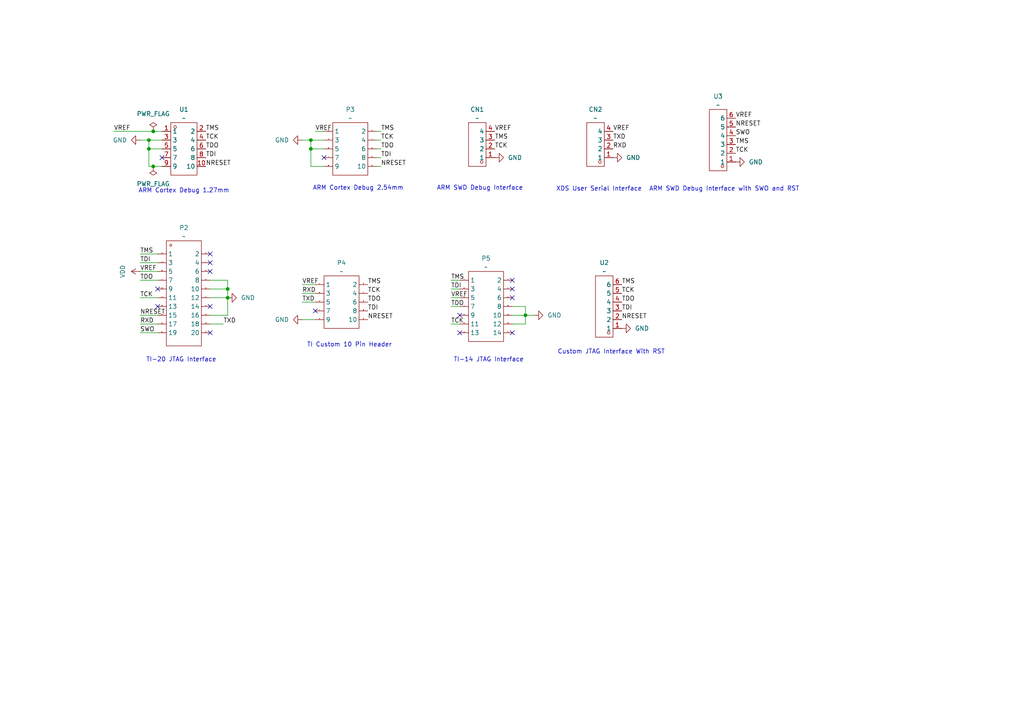
<source format=kicad_sch>
(kicad_sch (version 20231120) (generator "eeschema") (generator_version "8.0")
  (paper "A4")
  (lib_symbols
    (symbol "ProLibrary_pcs_2024-08-23-1:ZX-XH2.54-4PZZ"
      (property "Reference" "CN" (at 0 0 0))
      (symbol "ZX-XH2.54-4PZZ_1_0"
        (rectangle (start -2.54 -6.35) (end 2.54 6.35))
        (circle (center -1.27 5.08) (radius 0.381))
        (pin unspecified line (at -5.08 3.81 0) (length 2.54) (name "1") (number "1"))
        (pin unspecified line (at -5.08 1.27 0) (length 2.54) (name "2") (number "2"))
        (pin unspecified line (at -5.08 -1.27 0) (length 2.54) (name "3") (number "3"))
        (pin unspecified line (at -5.08 -3.81 0) (length 2.54) (name "4") (number "4"))
      )
    )
    (symbol "ProLibrary_pcs_2024-08-23-2:ZX-XH2.54-6PZZ"
      (property "Reference" "U" (at 0 0 0))
      (symbol "ZX-XH2.54-6PZZ_1_0"
        (rectangle (start 0 -7.62) (end 5.08 10.16))
        (circle (center 1.27 8.89) (radius 0.381))
        (pin unspecified line (at -2.54 7.62 0) (length 2.54) (name "1") (number "1"))
        (pin unspecified line (at -2.54 5.08 0) (length 2.54) (name "2") (number "2"))
        (pin unspecified line (at -2.54 2.54 0) (length 2.54) (name "3") (number "3"))
        (pin unspecified line (at -2.54 0 0) (length 2.54) (name "4") (number "4"))
        (pin unspecified line (at -2.54 -2.54 0) (length 2.54) (name "5") (number "5"))
        (pin unspecified line (at -2.54 -5.08 0) (length 2.54) (name "6") (number "6"))
      )
    )
    (symbol "ProLibrary_pcs_2024-08-23-4:HDR-IDC-2.54-2X10P"
      (property "Reference" "P" (at 0 0 0))
      (symbol "HDR-IDC-2.54-2X10P_1_0"
        (rectangle (start -5.08 -15.24) (end 5.08 15.24))
        (circle (center -3.81 13.97) (radius 0.3048))
        (pin unspecified line (at -7.62 11.43 0) (length 2.54) (name "1") (number "1"))
        (pin unspecified line (at 7.62 1.27 180) (length 2.54) (name "10") (number "10"))
        (pin unspecified line (at -7.62 -1.27 0) (length 2.54) (name "11") (number "11"))
        (pin unspecified line (at 7.62 -1.27 180) (length 2.54) (name "12") (number "12"))
        (pin unspecified line (at -7.62 -3.81 0) (length 2.54) (name "13") (number "13"))
        (pin unspecified line (at 7.62 -3.81 180) (length 2.54) (name "14") (number "14"))
        (pin unspecified line (at -7.62 -6.35 0) (length 2.54) (name "15") (number "15"))
        (pin unspecified line (at 7.62 -6.35 180) (length 2.54) (name "16") (number "16"))
        (pin unspecified line (at -7.62 -8.89 0) (length 2.54) (name "17") (number "17"))
        (pin unspecified line (at 7.62 -8.89 180) (length 2.54) (name "18") (number "18"))
        (pin unspecified line (at -7.62 -11.43 0) (length 2.54) (name "19") (number "19"))
        (pin unspecified line (at 7.62 11.43 180) (length 2.54) (name "2") (number "2"))
        (pin unspecified line (at 7.62 -11.43 180) (length 2.54) (name "20") (number "20"))
        (pin unspecified line (at -7.62 8.89 0) (length 2.54) (name "3") (number "3"))
        (pin unspecified line (at 7.62 8.89 180) (length 2.54) (name "4") (number "4"))
        (pin unspecified line (at -7.62 6.35 0) (length 2.54) (name "5") (number "5"))
        (pin unspecified line (at 7.62 6.35 180) (length 2.54) (name "6") (number "6"))
        (pin unspecified line (at -7.62 3.81 0) (length 2.54) (name "7") (number "7"))
        (pin unspecified line (at 7.62 3.81 180) (length 2.54) (name "8") (number "8"))
        (pin unspecified line (at -7.62 1.27 0) (length 2.54) (name "9") (number "9"))
      )
    )
    (symbol "ProLibrary_pcs_2024-08-23:IDC1.27-US2S-5A"
      (property "Reference" "U" (at 0 0 0))
      (symbol "IDC1.27-US2S-5A_1_0"
        (rectangle (start -3.81 -7.62) (end 3.81 7.62))
        (circle (center -2.54 6.35) (radius 0.381))
        (pin unspecified line (at -6.35 5.08 0) (length 2.54) (name "1") (number "1"))
        (pin unspecified line (at 6.35 -5.08 180) (length 2.54) (name "10") (number "10"))
        (pin unspecified line (at 6.35 5.08 180) (length 2.54) (name "2") (number "2"))
        (pin unspecified line (at -6.35 2.54 0) (length 2.54) (name "3") (number "3"))
        (pin unspecified line (at 6.35 2.54 180) (length 2.54) (name "4") (number "4"))
        (pin unspecified line (at -6.35 0 0) (length 2.54) (name "5") (number "5"))
        (pin unspecified line (at 6.35 0 180) (length 2.54) (name "6") (number "6"))
        (pin unspecified line (at -6.35 -2.54 0) (length 2.54) (name "7") (number "7"))
        (pin unspecified line (at 6.35 -2.54 180) (length 2.54) (name "8") (number "8"))
        (pin unspecified line (at -6.35 -5.08 0) (length 2.54) (name "9") (number "9"))
      )
    )
    (symbol "ProLibrary_pcs_2024-08-24-1:HDR-IDC-2.54-2X7P"
      (property "Reference" "P" (at 0 0 0))
      (symbol "HDR-IDC-2.54-2X7P_1_0"
        (rectangle (start -5.08 -10.16) (end 5.08 10.16))
        (pin input line (at -7.62 7.62 0) (length 2.54) (name "1") (number "1"))
        (pin input line (at 7.62 -2.54 180) (length 2.54) (name "10") (number "10"))
        (pin input line (at -7.62 -5.08 0) (length 2.54) (name "11") (number "11"))
        (pin input line (at 7.62 -5.08 180) (length 2.54) (name "12") (number "12"))
        (pin input line (at -7.62 -7.62 0) (length 2.54) (name "13") (number "13"))
        (pin input line (at 7.62 -7.62 180) (length 2.54) (name "14") (number "14"))
        (pin input line (at 7.62 7.62 180) (length 2.54) (name "2") (number "2"))
        (pin input line (at -7.62 5.08 0) (length 2.54) (name "3") (number "3"))
        (pin input line (at 7.62 5.08 180) (length 2.54) (name "4") (number "4"))
        (pin input line (at -7.62 2.54 0) (length 2.54) (name "5") (number "5"))
        (pin input line (at 7.62 2.54 180) (length 2.54) (name "6") (number "6"))
        (pin input line (at -7.62 0 0) (length 2.54) (name "7") (number "7"))
        (pin input line (at 7.62 0 180) (length 2.54) (name "8") (number "8"))
        (pin input line (at -7.62 -2.54 0) (length 2.54) (name "9") (number "9"))
      )
    )
    (symbol "ProLibrary_pcs_2024-08-24:HDR-IDC-2.54-2X5P"
      (property "Reference" "P" (at 0 0 0))
      (symbol "HDR-IDC-2.54-2X5P_1_0"
        (rectangle (start -5.08 -7.62) (end 5.08 7.62))
        (pin input line (at -7.62 5.08 0) (length 2.54) (name "1") (number "1"))
        (pin input line (at 7.62 -5.08 180) (length 2.54) (name "10") (number "10"))
        (pin input line (at 7.62 5.08 180) (length 2.54) (name "2") (number "2"))
        (pin input line (at -7.62 2.54 0) (length 2.54) (name "3") (number "3"))
        (pin input line (at 7.62 2.54 180) (length 2.54) (name "4") (number "4"))
        (pin input line (at -7.62 0 0) (length 2.54) (name "5") (number "5"))
        (pin input line (at 7.62 0 180) (length 2.54) (name "6") (number "6"))
        (pin input line (at -7.62 -2.54 0) (length 2.54) (name "7") (number "7"))
        (pin input line (at 7.62 -2.54 180) (length 2.54) (name "8") (number "8"))
        (pin input line (at -7.62 -5.08 0) (length 2.54) (name "9") (number "9"))
      )
    )
    (symbol "power:GND" (power) (pin_numbers hide) (pin_names (offset 0) hide)
      (property "Value" "GND" (at 0 -3.81 0))
      (symbol "GND_0_1"
        (polyline (pts (xy 0 0) (xy 0 -1.27) (xy 1.27 -1.27) (xy 0 -2.54) (xy -1.27 -1.27) (xy 0 -1.27)))
      )
      (symbol "GND_1_1"
        (pin power_in line (at 0 0 270) (length 0) (name "~") (number "1"))
      )
    )
    (symbol "power:PWR_FLAG" (power) (pin_numbers hide) (pin_names (offset 0) hide)
      (property "Value" "PWR_FLAG" (at 0 3.81 0))
      (symbol "PWR_FLAG_0_0"
        (pin power_out line (at 0 0 90) (length 0) (name "~") (number "1"))
      )
      (symbol "PWR_FLAG_0_1"
        (polyline (pts (xy 0 0) (xy 0 1.27) (xy -1.016 1.905) (xy 0 2.54) (xy 1.016 1.905) (xy 0 1.27)))
      )
    )
    (symbol "power:VDD" (power) (pin_numbers hide) (pin_names (offset 0) hide)
      (property "Value" "VDD" (at 0 3.556 0))
      (symbol "VDD_0_1"
        (polyline (pts (xy -0.762 1.27) (xy 0 2.54)))
        (polyline (pts (xy 0 0) (xy 0 2.54)))
        (polyline (pts (xy 0 2.54) (xy 0.762 1.27)))
      )
      (symbol "VDD_1_1"
        (pin power_in line (at 0 0 90) (length 0) (name "~") (number "1"))
      )
    )
  )
  (junction (at 66.04 86.36))
  (junction (at 90.17 43.18))
  (junction (at 152.4 91.44))
  (junction (at 43.18 43.18))
  (junction (at 44.45 48.26))
  (junction (at 44.45 38.1))
  (junction (at 66.04 83.82))
  (junction (at 43.18 40.64))
  (junction (at 90.17 40.64))
  (no_connect (at 45.72 88.9))
  (no_connect (at 148.59 86.36))
  (no_connect (at 93.98 45.72))
  (no_connect (at 148.59 81.28))
  (no_connect (at 60.96 76.2))
  (no_connect (at 60.96 88.9))
  (no_connect (at 45.72 83.82))
  (no_connect (at 60.96 73.66))
  (no_connect (at 60.96 78.74))
  (no_connect (at 148.59 96.52))
  (no_connect (at 133.35 91.44))
  (no_connect (at 46.99 45.72))
  (no_connect (at 91.44 90.17))
  (no_connect (at 148.59 83.82))
  (no_connect (at 133.35 96.52))
  (no_connect (at 60.96 96.52))
  (wire (pts (xy 110.49 40.64) (xy 109.22 40.64)))
  (wire (pts (xy 148.59 88.9) (xy 152.4 88.9)))
  (wire (pts (xy 40.64 73.66) (xy 45.72 73.66)))
  (wire (pts (xy 66.04 81.28) (xy 66.04 83.82)))
  (wire (pts (xy 40.64 91.44) (xy 45.72 91.44)))
  (wire (pts (xy 130.81 81.28) (xy 133.35 81.28)))
  (wire (pts (xy 90.17 48.26) (xy 90.17 43.18)))
  (wire (pts (xy 46.99 48.26) (xy 44.45 48.26)))
  (wire (pts (xy 90.17 40.64) (xy 93.98 40.64)))
  (wire (pts (xy 40.64 93.98) (xy 45.72 93.98)))
  (wire (pts (xy 66.04 91.44) (xy 60.96 91.44)))
  (wire (pts (xy 148.59 91.44) (xy 152.4 91.44)))
  (wire (pts (xy 87.63 87.63) (xy 91.44 87.63)))
  (wire (pts (xy 130.81 88.9) (xy 133.35 88.9)))
  (wire (pts (xy 40.64 86.36) (xy 45.72 86.36)))
  (wire (pts (xy 130.81 83.82) (xy 133.35 83.82)))
  (wire (pts (xy 40.64 78.74) (xy 45.72 78.74)))
  (wire (pts (xy 152.4 93.98) (xy 152.4 91.44)))
  (wire (pts (xy 110.49 43.18) (xy 109.22 43.18)))
  (wire (pts (xy 64.77 93.98) (xy 60.96 93.98)))
  (wire (pts (xy 90.17 43.18) (xy 93.98 43.18)))
  (wire (pts (xy 148.59 93.98) (xy 152.4 93.98)))
  (wire (pts (xy 60.96 83.82) (xy 66.04 83.82)))
  (wire (pts (xy 44.45 38.1) (xy 46.99 38.1)))
  (wire (pts (xy 130.81 86.36) (xy 133.35 86.36)))
  (wire (pts (xy 110.49 48.26) (xy 109.22 48.26)))
  (wire (pts (xy 40.64 76.2) (xy 45.72 76.2)))
  (wire (pts (xy 43.18 43.18) (xy 43.18 40.64)))
  (wire (pts (xy 66.04 83.82) (xy 66.04 86.36)))
  (wire (pts (xy 130.81 93.98) (xy 133.35 93.98)))
  (wire (pts (xy 46.99 43.18) (xy 43.18 43.18)))
  (wire (pts (xy 60.96 81.28) (xy 66.04 81.28)))
  (wire (pts (xy 66.04 86.36) (xy 66.04 91.44)))
  (wire (pts (xy 40.64 96.52) (xy 45.72 96.52)))
  (wire (pts (xy 87.63 92.71) (xy 91.44 92.71)))
  (wire (pts (xy 33.02 38.1) (xy 44.45 38.1)))
  (wire (pts (xy 152.4 91.44) (xy 154.94 91.44)))
  (wire (pts (xy 110.49 38.1) (xy 109.22 38.1)))
  (wire (pts (xy 90.17 43.18) (xy 90.17 40.64)))
  (wire (pts (xy 87.63 82.55) (xy 91.44 82.55)))
  (wire (pts (xy 43.18 40.64) (xy 46.99 40.64)))
  (wire (pts (xy 44.45 48.26) (xy 43.18 48.26)))
  (wire (pts (xy 152.4 88.9) (xy 152.4 91.44)))
  (wire (pts (xy 60.96 86.36) (xy 66.04 86.36)))
  (wire (pts (xy 91.44 38.1) (xy 93.98 38.1)))
  (wire (pts (xy 90.17 40.64) (xy 87.63 40.64)))
  (wire (pts (xy 43.18 48.26) (xy 43.18 43.18)))
  (wire (pts (xy 40.64 40.64) (xy 43.18 40.64)))
  (wire (pts (xy 40.64 81.28) (xy 45.72 81.28)))
  (wire (pts (xy 87.63 85.09) (xy 91.44 85.09)))
  (wire (pts (xy 93.98 48.26) (xy 90.17 48.26)))
  (wire (pts (xy 110.49 45.72) (xy 109.22 45.72)))
  (text "Custom JTAG Interface With RST" (at 177.292 102.108 0) (effects (font (size 1.27 1.27))))
  (text "TI-20 JTAG Interface\n" (at 52.578 104.394 0) (effects (font (size 1.27 1.27))))
  (text "TI-14 JTAG Interface" (at 141.732 104.394 0) (effects (font (size 1.27 1.27))))
  (text "ARM SWD Debug Interface with SWO and RST\n\n" (at 210.058 55.88 0) (effects (font (size 1.27 1.27))))
  (text "ARM SWD Debug Interface" (at 139.192 54.61 0) (effects (font (size 1.27 1.27))))
  (text "ARM Cortex Debug 1.27mm" (at 53.34 55.372 0) (effects (font (size 1.27 1.27))))
  (text "ARM Cortex Debug 2.54mm" (at 103.886 54.61 0) (effects (font (size 1.27 1.27))))
  (text "XDS User Serial Interface" (at 173.736 54.864 0) (effects (font (size 1.27 1.27))))
  (text "TI Custom 10 Pin Header" (at 101.346 100.076 0) (effects (font (size 1.27 1.27))))
  (label "NRESET" (at 213.36 36.83 0))
  (label "NRESET" (at 59.69 48.26 0))
  (label "TDI" (at 130.81 83.82 0))
  (label "VREF" (at 213.36 34.29 0))
  (label "TDI" (at 180.34 90.17 0))
  (label "VREF" (at 143.51 38.1 0))
  (label "TDI" (at 110.49 45.72 0))
  (label "VREF" (at 91.44 38.1 0))
  (label "TMS" (at 40.64 73.66 0))
  (label "TMS" (at 106.68 82.55 0))
  (label "NRESET" (at 180.34 92.71 0))
  (label "TCK" (at 59.69 40.64 0))
  (label "TXD" (at 64.77 93.98 0))
  (label "TDO" (at 106.68 87.63 0))
  (label "VREF" (at 40.64 78.74 0))
  (label "SWO" (at 213.36 39.37 0))
  (label "NRESET" (at 110.49 48.26 0))
  (label "VREF" (at 130.81 86.36 0))
  (label "TMS" (at 130.81 81.28 0))
  (label "TDO" (at 59.69 43.18 0))
  (label "TDO" (at 130.81 88.9 0))
  (label "RXD" (at 40.64 93.98 0))
  (label "TCK" (at 40.64 86.36 0))
  (label "RXD" (at 87.63 85.09 0))
  (label "TMS" (at 143.51 40.64 0))
  (label "TMS" (at 110.49 38.1 0))
  (label "TDO" (at 40.64 81.28 0))
  (label "TDI" (at 40.64 76.2 0))
  (label "TDI" (at 59.69 45.72 0))
  (label "TXD" (at 87.63 87.63 0))
  (label "TCK" (at 110.49 40.64 0))
  (label "VREF" (at 33.02 38.1 0))
  (label "NRESET" (at 106.68 92.71 0))
  (label "TDO" (at 180.34 87.63 0))
  (label "TCK" (at 180.34 85.09 0))
  (label "NRESET" (at 40.64 91.44 0))
  (label "TMS" (at 213.36 41.91 0))
  (label "TCK" (at 213.36 44.45 0))
  (label "TXD" (at 177.8 40.64 0))
  (label "TCK" (at 106.68 85.09 0))
  (label "VREF" (at 87.63 82.55 0))
  (label "TCK" (at 143.51 43.18 0))
  (label "TDI" (at 106.68 90.17 0))
  (label "SWO" (at 40.64 96.52 0))
  (label "TMS" (at 180.34 82.55 0))
  (label "TDO" (at 110.49 43.18 0))
  (label "TCK" (at 130.81 93.98 0))
  (label "VREF" (at 177.8 38.1 0))
  (label "RXD" (at 177.8 43.18 0))
  (label "TMS" (at 59.69 38.1 0))
  (symbol (lib_id "power:GND") (at 87.63 92.71 270) (unit 1)
    (property "Reference" "#PWR09" (effects (hide yes)))
    (property "Value" "GND" (at 83.82 92.7099 90) (effects (justify right)))
    (property "Description" "Power symbol creates a global label with name \"GND\" , ground" (effects (hide yes)))
  )
  (symbol (lib_id "power:GND") (at 87.63 40.64 270) (unit 1)
    (property "Reference" "#PWR01" (effects (hide yes)))
    (property "Value" "GND" (at 83.82 40.6399 90) (effects (justify right)))
    (property "Description" "Power symbol creates a global label with name \"GND\" , ground" (effects (hide yes)))
  )
  (symbol (lib_id "ProLibrary_pcs_2024-08-24:HDR-IDC-2.54-2X5P") (at 99.06 87.63 0) (unit 1)
    (property "Reference" "P4" (at 99.06 76.2 0))
    (property "Value" "~" (at 99.06 78.74 0))
    (property "Footprint" "ProLibrary_pcs_2024-08-24:IDC-TH_10P-P2.54_C5665" (effects (hide yes)))
    (property "Datasheet" "https://atta.szlcsc.com/upload/public/pdf/source/20140331/1457707037896.pdf" (effects (hide yes)))
    (property "Description" "连接器类型:简牛座;间距:2.54mm;结构:2x5P;封装形式:直插;行距:2.54mm;排数:2;每排PIN数:5;触头材质:-;触头镀层:-;" (effects (hide yes)))
    (property "Manufacturer Part" "2.54-2*5P简牛" (effects (hide yes)))
    (property "Manufacturer" "BOOMELE(博穆精密)" (effects (hide yes)))
    (property "Supplier Part" "C5665" (effects (hide yes)))
    (property "Supplier" "LCSC" (effects (hide yes)))
    (property "LCSC Part Name" "2.54mm 2x5P 排数:2 每排P数:5" (effects (hide yes)))
  )
  (symbol (lib_id "ProLibrary_pcs_2024-08-23-1:ZX-XH2.54-4PZZ") (at 138.43 41.91 180) (unit 1)
    (property "Reference" "CN1" (at 138.43 31.75 0))
    (property "Value" "~" (at 138.43 34.29 0))
    (property "Footprint" "ProLibrary_pcs_2024-08-23-1:CONN-TH_4P-P2.50_4PIN" (effects (hide yes)))
    (property "Datasheet" "https://atta.szlcsc.com/upload/public/pdf/source/20230619/B529A2163E0159A644AB3383D208FB03.pdf" (effects (hide yes)))
    (property "Description" "插针结构:1x4P;间距:2.54mm;安装方式:直插;参考系列:XH;总PIN数:4P;排数:1;每排PIN数:4;行距:-;额定电流:3A;触头材质:黄铜;触头镀层:锡;工作温度范围:-25°C~+85°C;" (effects (hide yes)))
    (property "Manufacturer Part" "ZX-XH2.54-4PZZ" (effects (hide yes)))
    (property "Manufacturer" "Megastar(兆星)" (effects (hide yes)))
    (property "Supplier Part" "C7429634" (effects (hide yes)))
    (property "Supplier" "LCSC" (effects (hide yes)))
    (property "LCSC Part Name" "ZX-XH2.54-4PZZ" (effects (hide yes)))
  )
  (symbol (lib_id "ProLibrary_pcs_2024-08-23-4:HDR-IDC-2.54-2X10P") (at 53.34 85.09 0) (unit 1)
    (property "Reference" "P2" (at 53.34 66.04 0))
    (property "Value" "~" (at 53.34 68.58 0))
    (property "Footprint" "ProLibrary_pcs_2024-08-23-4:IDC-TH_20P-P2.54-V-R2-C10-S2.54" (effects (hide yes)))
    (property "Datasheet" "https://atta.szlcsc.com/upload/public/pdf/source/20220902/F4C4645E59EE38C0F12B225613E1076A.pdf" (effects (hide yes)))
    (property "Description" "连接器类型:简牛座;间距:2.54mm;封装形式:直插;行距:2.54mm;排数:2;触头材质:-;触头镀层:-;" (effects (hide yes)))
    (property "Manufacturer Part" "2.54-2*10P简牛" (effects (hide yes)))
    (property "Manufacturer" "BOOMELE(博穆精密)" (effects (hide yes)))
    (property "Supplier Part" "C3405" (effects (hide yes)))
    (property "Supplier" "LCSC" (effects (hide yes)))
    (property "LCSC Part Name" "2.54mm 排数:2" (effects (hide yes)))
  )
  (symbol (lib_id "power:GND") (at 180.34 95.25 90) (unit 1)
    (property "Reference" "#PWR07" (effects (hide yes)))
    (property "Value" "GND" (at 184.15 95.2501 90) (effects (justify right)))
    (property "Description" "Power symbol creates a global label with name \"GND\" , ground" (effects (hide yes)))
  )
  (symbol (lib_id "power:PWR_FLAG") (at 44.45 38.1 0) (unit 1)
    (property "Reference" "#FLG02" (effects (hide yes)))
    (property "Value" "PWR_FLAG" (at 44.45 33.02 0))
    (property "Description" "Special symbol for telling ERC where power comes from" (effects (hide yes)))
  )
  (symbol (lib_id "ProLibrary_pcs_2024-08-23-2:ZX-XH2.54-6PZZ") (at 210.82 39.37 180) (unit 1)
    (property "Reference" "U3" (at 208.28 27.94 0))
    (property "Value" "~" (at 208.28 30.48 0))
    (property "Footprint" "ProLibrary_pcs_2024-08-23-2:CONN-TH_6P-P2.50_ZX-XH2.54-6PZZ" (effects (hide yes)))
    (property "Datasheet" "https://atta.szlcsc.com/upload/public/pdf/source/20230619/1243AD0A516E39CD3D274D8985780568.pdf" (effects (hide yes)))
    (property "Description" "插针结构:1x6P;间距:2.54mm;安装方式:直插;参考系列:XH;总PIN数:6P;排数:1;每排PIN数:6;行距:-;额定电流:3A;触头材质:黄铜;触头镀层:锡;工作温度范围:-25°C~+85°C;" (effects (hide yes)))
    (property "Manufacturer Part" "ZX-XH2.54-6PZZ" (effects (hide yes)))
    (property "Manufacturer" "Megastar(兆星)" (effects (hide yes)))
    (property "Supplier Part" "C7429636" (effects (hide yes)))
    (property "Supplier" "LCSC" (effects (hide yes)))
    (property "LCSC Part Name" "ZX-XH2.54-6PZZ" (effects (hide yes)))
  )
  (symbol (lib_id "ProLibrary_pcs_2024-08-24-1:HDR-IDC-2.54-2X7P") (at 140.97 88.9 0) (unit 1)
    (property "Reference" "P5" (at 140.97 74.93 0))
    (property "Value" "~" (at 140.97 77.47 0))
    (property "Footprint" "ProLibrary_pcs_2024-08-24-1:IDC-TH_14P-P2.54-V-R2-C7-S2.54" (effects (hide yes)))
    (property "Datasheet" "https://atta.szlcsc.com/upload/public/pdf/source/20131122/1457706661483.pdf" (effects (hide yes)))
    (property "Description" "连接器类型:简牛座;间距:2.54mm;结构:2x7P;封装形式:直插;行距:2.54mm;排数:2;每排PIN数:7;触头材质:黄铜;触头镀层:金;" (effects (hide yes)))
    (property "Manufacturer Part" "2.54-2*7P简牛" (effects (hide yes)))
    (property "Manufacturer" "BOOMELE(博穆精密)" (effects (hide yes)))
    (property "Supplier Part" "C11215" (effects (hide yes)))
    (property "Supplier" "LCSC" (effects (hide yes)))
    (property "LCSC Part Name" "2.54mm 2x7P 排数:2 每排P数:7" (effects (hide yes)))
  )
  (symbol (lib_id "power:GND") (at 66.04 86.36 90) (unit 1)
    (property "Reference" "#PWR04" (effects (hide yes)))
    (property "Value" "GND" (at 69.85 86.3599 90) (effects (justify right)))
    (property "Description" "Power symbol creates a global label with name \"GND\" , ground" (effects (hide yes)))
  )
  (symbol (lib_id "ProLibrary_pcs_2024-08-23-1:ZX-XH2.54-4PZZ") (at 172.72 41.91 180) (unit 1)
    (property "Reference" "CN2" (at 172.72 31.75 0))
    (property "Value" "~" (at 172.72 34.29 0))
    (property "Footprint" "ProLibrary_pcs_2024-08-23-1:CONN-TH_4P-P2.50_4PIN" (effects (hide yes)))
    (property "Datasheet" "https://atta.szlcsc.com/upload/public/pdf/source/20230619/B529A2163E0159A644AB3383D208FB03.pdf" (effects (hide yes)))
    (property "Description" "插针结构:1x4P;间距:2.54mm;安装方式:直插;参考系列:XH;总PIN数:4P;排数:1;每排PIN数:4;行距:-;额定电流:3A;触头材质:黄铜;触头镀层:锡;工作温度范围:-25°C~+85°C;" (effects (hide yes)))
    (property "Manufacturer Part" "ZX-XH2.54-4PZZ" (effects (hide yes)))
    (property "Manufacturer" "Megastar(兆星)" (effects (hide yes)))
    (property "Supplier Part" "C7429634" (effects (hide yes)))
    (property "Supplier" "LCSC" (effects (hide yes)))
    (property "LCSC Part Name" "ZX-XH2.54-4PZZ" (effects (hide yes)))
  )
  (symbol (lib_id "ProLibrary_pcs_2024-08-23-2:ZX-XH2.54-6PZZ") (at 177.8 87.63 180) (unit 1)
    (property "Reference" "U2" (at 175.26 76.2 0))
    (property "Value" "~" (at 175.26 78.74 0))
    (property "Footprint" "ProLibrary_pcs_2024-08-23-2:CONN-TH_6P-P2.50_ZX-XH2.54-6PZZ" (effects (hide yes)))
    (property "Datasheet" "https://atta.szlcsc.com/upload/public/pdf/source/20230619/1243AD0A516E39CD3D274D8985780568.pdf" (effects (hide yes)))
    (property "Description" "插针结构:1x6P;间距:2.54mm;安装方式:直插;参考系列:XH;总PIN数:6P;排数:1;每排PIN数:6;行距:-;额定电流:3A;触头材质:黄铜;触头镀层:锡;工作温度范围:-25°C~+85°C;" (effects (hide yes)))
    (property "Manufacturer Part" "ZX-XH2.54-6PZZ" (effects (hide yes)))
    (property "Manufacturer" "Megastar(兆星)" (effects (hide yes)))
    (property "Supplier Part" "C7429636" (effects (hide yes)))
    (property "Supplier" "LCSC" (effects (hide yes)))
    (property "LCSC Part Name" "ZX-XH2.54-6PZZ" (effects (hide yes)))
  )
  (symbol (lib_id "power:VDD") (at 40.64 78.74 90) (mirror x) (unit 1)
    (property "Reference" "#PWR03" (effects (hide yes)))
    (property "Value" "VDD" (at 35.56 78.74 0))
    (property "Description" "Power symbol creates a global label with name \"VDD\"" (effects (hide yes)))
  )
  (symbol (lib_id "power:PWR_FLAG") (at 44.45 48.26 180) (unit 1)
    (property "Reference" "#FLG01" (effects (hide yes)))
    (property "Value" "PWR_FLAG" (at 44.45 53.34 0))
    (property "Description" "Special symbol for telling ERC where power comes from" (effects (hide yes)))
  )
  (symbol (lib_id "power:GND") (at 40.64 40.64 270) (unit 1)
    (property "Reference" "#PWR02" (effects (hide yes)))
    (property "Value" "GND" (at 36.83 40.6399 90) (effects (justify right)))
    (property "Description" "Power symbol creates a global label with name \"GND\" , ground" (effects (hide yes)))
  )
  (symbol (lib_id "ProLibrary_pcs_2024-08-23:IDC1.27-US2S-5A") (at 53.34 43.18 0) (unit 1)
    (property "Reference" "U1" (at 53.34 31.75 0))
    (property "Value" "~" (at 53.34 34.29 0))
    (property "Footprint" "ProLibrary_pcs_2024-08-23:CONN-SMD_5P-P1.27_IDC1.27-US2S-5A" (effects (hide yes)))
    (property "Datasheet" "https://atta.szlcsc.com/upload/public/pdf/source/20240507/CE8481567A3C282208816B259531BEC0.pdf" (effects (hide yes)))
    (property "Description" "间距：1.27mm 简牛座 贴片 双向垂直 2x5P 额定电流:1A，耐压:500V,工作温度范围:-40°C~+105°C" (effects (hide yes)))
    (property "Manufacturer Part" "IDC1.27-US2S-5A" (effects (hide yes)))
    (property "Manufacturer" "XYECONN(辛译)" (effects (hide yes)))
    (property "Supplier Part" "C22392240" (effects (hide yes)))
    (property "Supplier" "LCSC" (effects (hide yes)))
    (property "LCSC Part Name" "间距1.27 双排 贴片 双向垂直 2*5P  简牛" (effects (hide yes)))
  )
  (symbol (lib_id "power:GND") (at 177.8 45.72 90) (unit 1)
    (property "Reference" "#PWR05" (effects (hide yes)))
    (property "Value" "GND" (at 181.61 45.7201 90) (effects (justify right)))
    (property "Description" "Power symbol creates a global label with name \"GND\" , ground" (effects (hide yes)))
  )
  (symbol (lib_id "power:GND") (at 154.94 91.44 90) (unit 1)
    (property "Reference" "#PWR08" (effects (hide yes)))
    (property "Value" "GND" (at 158.75 91.4401 90) (effects (justify right)))
    (property "Description" "Power symbol creates a global label with name \"GND\" , ground" (effects (hide yes)))
  )
  (symbol (lib_id "power:GND") (at 143.51 45.72 90) (unit 1)
    (property "Reference" "#PWR06" (effects (hide yes)))
    (property "Value" "GND" (at 147.32 45.7201 90) (effects (justify right)))
    (property "Description" "Power symbol creates a global label with name \"GND\" , ground" (effects (hide yes)))
  )
  (symbol (lib_id "power:GND") (at 213.36 46.99 90) (unit 1)
    (property "Reference" "#PWR010" (effects (hide yes)))
    (property "Value" "GND" (at 217.17 46.9901 90) (effects (justify right)))
    (property "Description" "Power symbol creates a global label with name \"GND\" , ground" (effects (hide yes)))
  )
  (symbol (lib_id "ProLibrary_pcs_2024-08-24:HDR-IDC-2.54-2X5P") (at 101.6 43.18 0) (unit 1)
    (property "Reference" "P3" (at 101.6 31.75 0))
    (property "Value" "~" (at 101.6 34.29 0))
    (property "Footprint" "ProLibrary_pcs_2024-08-24:IDC-TH_10P-P2.54_C5665" (effects (hide yes)))
    (property "Datasheet" "https://atta.szlcsc.com/upload/public/pdf/source/20140331/1457707037896.pdf" (effects (hide yes)))
    (property "Description" "连接器类型:简牛座;间距:2.54mm;结构:2x5P;封装形式:直插;行距:2.54mm;排数:2;每排PIN数:5;触头材质:-;触头镀层:-;" (effects (hide yes)))
    (property "Manufacturer Part" "2.54-2*5P简牛" (effects (hide yes)))
    (property "Manufacturer" "BOOMELE(博穆精密)" (effects (hide yes)))
    (property "Supplier Part" "C5665" (effects (hide yes)))
    (property "Supplier" "LCSC" (effects (hide yes)))
    (property "LCSC Part Name" "2.54mm 2x5P 排数:2 每排P数:5" (effects (hide yes)))
  )
)
</source>
